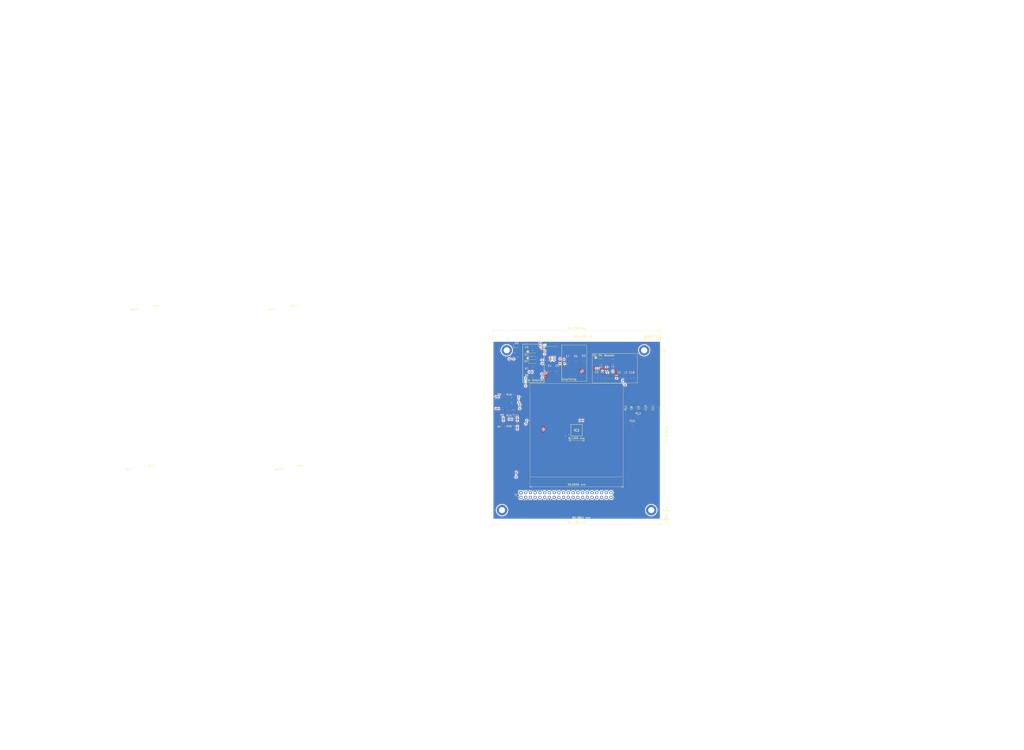
<source format=kicad_pcb>
(kicad_pcb (version 20211014) (generator pcbnew)
  (title_block (title "Cosmic Watch") (date "2022-08-20") (rev "6.1") (company "Bronco Space CubeSat Laboratory") (comment 1 "Inputted components and completed tracing") (comment 2 "Adjustments made to include missing connections") (comment 3 "Made into PC104 Form Factor, adjustments made") (comment 4 "Switched Arduino Nano footprint for Arduino Nano Every") (comment 5 "Increased Nano Every pad size for better connection") (comment 6 "Swapped Nano Every for Pico and included booster for 3.3V pin") (comment 7 "Swapped back to Nano"))
  (layers (0 "F.Cu" signal) (31 "B.Cu" signal) (34 "B.Paste" user) (35 "F.Paste" user) (36 "B.SilkS" user "B.Silkscreen") (37 "F.SilkS" user "F.Silkscreen") (38 "B.Mask" user) (39 "F.Mask" user) (44 "Edge.Cuts" user))
  (net 0 "")
  (net 1 "Net-(IC1-PadD1)")
  (net 2 "Net-(C7-Pad2)")
  (net 3 "Net-(R4-Pad2)")
  (net 4 "GND")
  (net 5 "Net-(C7-Pad1)")
  (net 6 "Net-(C1-Pad2)")
  (net 7 "Net-(C1-Pad1)")
  (net 8 "Net-(D3-Pad2)")
  (net 9 "Net-(C14-Pad2)")
  (net 10 "Net-(D2-Pad2)")
  (net 11 "Net-(C14-Pad1)")
  (net 12 "Net-(L1-Pad1)")
  (net 13 "+5V")
  (net 14 "Net-(D1-Pad2)")
  (net 15 "Net-(C18-Pad1)")
  (net 16 "Net-(C8-Pad1)")
  (net 17 "Net-(C10-Pad1)")
  (net 24 "Net-(R9-Pad2)")
  (net 25 "Net-(R8-Pad2)")
  (net 26 "Net-(R16-Pad1)")
  (net 27 "Net-(LCD1-Pad4)")
  (net 28 "Net-(LCD1-Pad3)")
  (footprint "Capacitor_SMD:C_0805_2012Metric_Pad1.18x1.45mm_HandSolder" (layer "F.Cu") (at 142.859 80.2767 -90)
    (fp_text reference "C4")
    (fp_text value "10uF")
  )
  (footprint "Capacitor_SMD:C_0805_2012Metric_Pad1.18x1.45mm_HandSolder" (layer "F.Cu") (at 167.9956 83.9509 90)
    (fp_text reference "C3")
    (fp_text value "1uF")
  )
  (footprint "Package_SO:SOIC-8_3.9x4.9mm_P1.27mm" (layer "F.Cu") (at 145.08 69.469)
    (fp_text reference "U2")
    (fp_text value "LT1807IS8#PBF")
  )
  (footprint "Capacitor_SMD:C_0805_2012Metric_Pad1.18x1.45mm_HandSolder" (layer "F.Cu") (at 125.095 101.1975 -90)
    (fp_text reference "C14")
    (fp_text value "0F")
  )
  (footprint "MountingHole:MountingHole_3.2mm_M3_DIN965_Pad" (layer "F.Cu") (at 117.5104 154.7876)
    (fp_text reference "REF**")
    (fp_text value "MountingHole_3.2mm_M3_DIN965_Pad")
  )
  (footprint "Resistor_SMD:R_0805_2012Metric_Pad1.20x1.40mm_HandSolder" (layer "F.Cu") (at 124.079 92.837 -90)
    (fp_text reference "R16")
    (fp_text value "10k")
  )
  (footprint "Connector_PinSocket_2.54mm:PinSocket_2x20_P2.54mm_Vertical" (layer "F.Cu") (at 127.665 145.415 90)
    (fp_text reference "J2")
    (fp_text value "Conn_02x20_Odd_Even")
  )
  (footprint "Capacitor_SMD:C_0805_2012Metric_Pad1.18x1.45mm_HandSolder" (layer "F.Cu") (at 174.0916 83.9939 -90)
    (fp_text reference "C1")
    (fp_text value "22pF")
  )
  (footprint "Resistor_SMD:R_0805_2012Metric_Pad1.20x1.40mm_HandSolder" (layer "F.Cu") (at 185.42 99.965 90)
    (fp_text reference "R11")
    (fp_text value "1k")
  )
  (footprint "Resistor_SMD:R_0805_2012Metric_Pad1.20x1.40mm_HandSolder" (layer "F.Cu") (at 171.2976 83.9884 90)
    (fp_text reference "R1")
    (fp_text value "10k")
  )
  (footprint "Inductor_SMD:L_1210_3225Metric_Pad1.42x2.65mm_HandSolder" (layer "F.Cu") (at 176.9221 75.0824 180)
    (fp_text reference "L1")
    (fp_text value "47uH")
  )
  (footprint "MountingHole:MountingHole_3.2mm_M3_DIN965_Pad" (layer "F.Cu") (at 197.5104 154.7876)
    (fp_text reference "REF**")
    (fp_text value "MountingHole_3.2mm_M3_DIN965_Pad")
  )
  (footprint "Capacitor_SMD:C_0805_2012Metric_Pad1.18x1.45mm_HandSolder" (layer "F.Cu") (at 152.765 74.8925 -90)
    (fp_text reference "C7")
    (fp_text value "10pF")
  )
  (footprint "Resistor_SMD:R_0805_2012Metric_Pad1.20x1.40mm_HandSolder" (layer "F.Cu") (at 118.0592 92.7387 -90)
    (fp_text reference "R8")
    (fp_text value "1k")
  )
  (footprint "cosmic_Library:MICROFJ60035TSVTR1" (layer "F.Cu") (at 157.505 111.923)
    (fp_text reference "IC1")
    (fp_text value "MICROFJ-60035-TSV-TR1" hide)
  )
  (footprint "MountingHole:MountingHole_3.2mm_M3_DIN965" (layer "F.Cu") (at 117.5104 154.7876)
    (fp_text reference "REF**")
    (fp_text value "MountingHole_3.2mm_M3_DIN965")
  )
  (footprint "Resistor_SMD:R_0805_2012Metric_Pad1.20x1.40mm_HandSolder" (layer "F.Cu") (at 177.3936 84.0099 90)
    (fp_text reference "R2")
    (fp_text value "226k")
  )
  (footprint "Diode_SMD:D_SOD-123" (layer "F.Cu") (at 134.0612 71.4248)
    (fp_text reference "D1")
    (fp_text value "40V 500mA")
  )
  (footprint "MountingHole:MountingHole_3.2mm_M3_DIN965_Pad" (layer "F.Cu") (at 120.05 69.0576)
    (fp_text reference "REF**")
    (fp_text value "MountingHole_3.2mm_M3_DIN965_Pad")
  )
  (footprint "Capacitor_SMD:C_0805_2012Metric_Pad1.18x1.45mm_HandSolder" (layer "F.Cu") (at 187.2996 83.9939 -90)
    (fp_text reference "C18")
    (fp_text value "1uF")
  )
  (footprint "Capacitor_SMD:C_0805_2012Metric_Pad1.18x1.45mm_HandSolder" (layer "F.Cu") (at 200.025 99.9275 90)
    (fp_text reference "C11")
    (fp_text value "1uF")
  )
  (footprint "Resistor_SMD:R_0805_2012Metric_Pad1.20x1.40mm_HandSolder" (layer "F.Cu") (at 161.401 74.93 -90)
    (fp_text reference "R3")
    (fp_text value "249")
  )
  (footprint "Resistor_SMD:R_0805_2012Metric_Pad1.20x1.40mm_HandSolder" (layer "F.Cu") (at 133.9596 82.7532)
    (fp_text reference "R6")
    (fp_text value "100k")
  )
  (footprint "Capacitor_SMD:C_0805_2012Metric_Pad1.18x1.45mm_HandSolder" (layer "F.Cu") (at 180.4416 83.9724 -90)
    (fp_text reference "C2")
    (fp_text value "0.47pF")
  )
  (footprint "Capacitor_SMD:C_0805_2012Metric_Pad1.18x1.45mm_HandSolder" (layer "F.Cu") (at 188.595 99.9275 90)
    (fp_text reference "C8")
    (fp_text value "1uF")
  )
  (footprint "Resistor_SMD:R_0805_2012Metric_Pad1.20x1.40mm_HandSolder" (layer "F.Cu") (at 123.825 109.617 90)
    (fp_text reference "R20")
    (fp_text value "10k")
  )
  (footprint "Inductor_SMD:L_0805_2012Metric_Pad1.15x1.40mm_HandSolder" (layer "F.Cu") (at 183.7436 83.9599 -90)
    (fp_text reference "L2")
    (fp_text value "2.5k Ohms")
  )
  (footprint "Resistor_SMD:R_0805_2012Metric_Pad1.20x1.40mm_HandSolder" (layer "F.Cu") (at 133.985 78.74)
    (fp_text reference "R7")
    (fp_text value "100k")
  )
  (footprint "Resistor_SMD:R_0805_2012Metric_Pad1.20x1.40mm_HandSolder" (layer "F.Cu") (at 118.237 109.855 90)
    (fp_text reference "R4")
    (fp_text value "1k")
  )
  (footprint "MountingHole:MountingHole_3.2mm_M3_DIN965" (layer "F.Cu") (at 193.71 69.0576)
    (fp_text reference "REF**")
    (fp_text value "MountingHole_3.2mm_M3_DIN965")
  )
  (footprint "Capacitor_SMD:C_0805_2012Metric_Pad1.18x1.45mm_HandSolder" (layer "F.Cu") (at 192.405 99.9275 90)
    (fp_text reference "C9")
    (fp_text value "1uF")
  )
  (footprint "Resistor_SMD:R_0805_2012Metric_Pad1.20x1.40mm_HandSolder" (layer "F.Cu") (at 190.5 104.605)
    (fp_text reference "R12")
    (fp_text value "1k")
  )
  (footprint "Diode_SMD:D_SOD-123" (layer "F.Cu") (at 134.0866 75.0824)
    (fp_text reference "D2")
    (fp_text value "40V 500mA")
  )
  (footprint "Resistor_SMD:R_0805_2012Metric_Pad1.20x1.40mm_HandSolder" (layer "F.Cu") (at 121.285 101.235 90)
    (fp_text reference "R24")
    (fp_text value "24.9k")
  )
  (footprint "Capacitor_SMD:C_0805_2012Metric_Pad1.18x1.45mm_HandSolder" (layer "F.Cu") (at 146.923 80.2513 -90)
    (fp_text reference "C5")
    (fp_text value "0.1uF")
  )
  (footprint "Resistor_SMD:R_0805_2012Metric_Pad1.20x1.40mm_HandSolder" (layer "F.Cu") (at 157.083 74.93 -90)
    (fp_text reference "R5")
    (fp_text value "10k")
  )
  (footprint "LED_SMD:LED_0805_2012Metric" (layer "F.Cu") (at 125.3975 66.675)
    (fp_text reference "D3")
    (fp_text value "LED")
  )
  (footprint "Package_TO_SOT_SMD:TSOT-23-6" (layer "F.Cu") (at 170.6121 75.0824)
    (fp_text reference "U1")
    (fp_text value "LT3461ES6#TRPBF")
  )
  (footprint "MountingHole:MountingHole_3.2mm_M3_DIN965_Pad" (layer "F.Cu") (at 193.71 69.0576)
    (fp_text reference "REF**")
    (fp_text value "MountingHole_3.2mm_M3_DIN965_Pad")
  )
  (footprint "Resistor_SMD:R_0805_2012Metric_Pad1.20x1.40mm_HandSolder" (layer "F.Cu") (at 187.325 108.585)
    (fp_text reference "R10")
    (fp_text value "1k")
  )
  (footprint "Resistor_SMD:R_0805_2012Metric_Pad1.20x1.40mm_HandSolder" (layer "F.Cu") (at 117.475 101.235 90)
    (fp_text reference "R9")
    (fp_text value "0k")
  )
  (footprint "MountingHole:MountingHole_3.2mm_M3_DIN965" (layer "F.Cu") (at 120.05 69.0576)
    (fp_text reference "REF**")
    (fp_text value "MountingHole_3.2mm_M3_DIN965")
  )
  (footprint "Capacitor_SMD:C_0805_2012Metric_Pad1.18x1.45mm_HandSolder" (layer "F.Cu") (at 196.215 99.9275 90)
    (fp_text reference "C10")
    (fp_text value "1uF")
  )
  (footprint "MountingHole:MountingHole_3.2mm_M3_DIN965" (layer "F.Cu") (at 197.5104 154.7876)
    (fp_text reference "REF**")
    (fp_text value "MountingHole_3.2mm_M3_DIN965")
  )
  (footprint "Capacitor_SMD:C_0805_2012Metric_Pad1.18x1.45mm_HandSolder" (layer "F.Cu") (at 133.985 67.6656)
    (fp_text reference "C6")
    (fp_text value "20nF")
  )
  (gr_line (start 132.505 136.923) (end 132.505 111.923) (layer "F.SilkS") (width 0.12))
  (gr_line (start 132.505 111.923) (end 132.505 86.923) (layer "F.SilkS") (width 0.12))
  (gr_circle (center 131.2545 69.8246) (end 131.434105 69.8246) (layer "F.SilkS") (width 0.5) (fill none))
  (gr_line (start 190.109475 86.5124) (end 165.9636 86.5124) (layer "F.SilkS") (width 0.15))
  (gr_circle (center 131.2545 73.2536) (end 131.434105 73.2536) (layer "F.SilkS") (width 0.5) (fill none))
  (gr_line (start 128.635 65.7987) (end 128.635 86.3727) (layer "F.SilkS") (width 0.2))
  (gr_line (start 162.925 66.294) (end 162.925 85.6615) (layer "F.SilkS") (width 0.15))
  (gr_line (start 128.635 86.3727) (end 140.065 86.3727) (layer "F.SilkS") (width 0.2))
  (gr_line (start 165.9636 70.7644) (end 165.9636 86.5124) (layer "F.SilkS") (width 0.15))
  (gr_line (start 157.505 86.923) (end 182.505 86.923) (layer "F.SilkS") (width 0.12))
  (gr_line (start 162.925 85.6615) (end 149.463 85.6615) (layer "F.SilkS") (width 0.15))
  (gr_line (start 149.463 66.294) (end 162.925 66.294) (layer "F.SilkS") (width 0.15))
  (gr_line (start 182.505 111.923) (end 182.505 86.923) (layer "F.SilkS") (width 0.12))
  (gr_circle (center 167.7781 73.0504) (end 167.957705 73.0504) (layer "F.SilkS") (width 0.5) (fill none))
  (gr_line (start 165.9636 70.7644) (end 190.077725 70.7644) (layer "F.SilkS") (width 0.15))
  (gr_line (start 140.065 65.7987) (end 128.635 65.7987) (layer "F.SilkS") (width 0.2))
  (gr_line (start 182.505 136.923) (end 182.505 111.923) (layer "F.SilkS") (width 0.12))
  (gr_line (start 149.463 66.294) (end 149.463 85.598) (layer "F.SilkS") (width 0.2))
  (gr_line (start 140.065 86.3727) (end 140.065 65.7987) (layer "F.SilkS") (width 0.2))
  (gr_line (start 132.505 86.923) (end 157.505 86.923) (layer "F.SilkS") (width 0.12))
  (gr_line (start 132.505 136.923) (end 157.505 136.923) (layer "F.SilkS") (width 0.12))
  (gr_circle (center 140.827 66.0527) (end 141.006605 66.0527) (layer "F.SilkS") (width 0.5) (fill none))
  (gr_line (start 190.109475 86.5124) (end 190.077725 70.7644) (layer "F.SilkS") (width 0.15))
  (gr_line (start 157.505 136.923) (end 182.505 136.923) (layer "F.SilkS") (width 0.12))
  (gr_line (start 202.5904 63.9776) (end 202.5904 88.2396) (layer "Edge.Cuts") (width 0.1))
  (gr_line (start 202.5904 106.5276) (end 202.5904 159.8676) (layer "Edge.Cuts") (width 0.1))
  (gr_line (start 112.4204 63.9776) (end 202.5904 63.9776) (layer "Edge.Cuts") (width 0.1))
  (gr_line (start 202.5904 105.4481) (end 202.5904 106.5276) (layer "Edge.Cuts") (width 0.1))
  (gr_line (start 112.4204 63.9776) (end 112.4204 159.8676) (layer "Edge.Cuts") (width 0.1))
  (gr_line (start 202.5904 88.2396) (end 202.5904 105.4481) (layer "Edge.Cuts") (width 0.1))
  (gr_line (start 202.5904 159.8676) (end 112.4204 159.8676) (layer "Edge.Cuts") (width 0.1))
  (gr_text "Peak Detector\n" (at 134.477 85.09) (layer "F.SilkS") (effects (font (size 1 1))))
  (gr_text "Amplifying\n" (at 153.527 84.582) (layer "F.SilkS") (effects (font (size 1 1))))
  (gr_text "DC-DC Booster\n" (at 172.0596 71.7804) (layer "F.SilkS") (effects (font (size 1 1))))
  (dimension (type aligned) (layer "F.SilkS") (pts (xy 202.5904 159.8676) (xy 112.4204 159.8676)) (height -2.6924) (gr_text "90.1700 mm" (at 157.5054 161.41) (layer "F.SilkS") (effects (font (size 1 1) (thickness 0.15)))) (format (units 3) (units_format 1) (precision 4)) (style (thickness 0.12) (arrow_length 1.27) (text_position_mode 0) (extension_height 0.58642) (extension_offset 0.5) keep_text_aligned))
  (dimension (type aligned) (layer "F.SilkS") (pts (xy 202.5904 159.8676) (xy 202.692 154.7876)) (height 4.117024) (gr_text "5.0810 mm" (at 205.607631 157.386929 88.85423716) (layer "F.SilkS") (effects (font (size 1 1) (thickness 0.15)))) (format (units 3) (units_format 1) (precision 4)) (style (thickness 0.12) (arrow_length 1.27) (text_position_mode 0) (extension_height 0.58642) (extension_offset 0.5) keep_text_aligned))
  (dimension (type aligned) (layer "F.SilkS") (pts (xy 202.5904 63.9776) (xy 193.71 64.135)) (height 1.2698) (gr_text "8.8818 mm" (at 198.107317 61.63688 1.015428526) (layer "F.SilkS") (effects (font (size 1 1) (thickness 0.15)))) (format (units 3) (units_format 1) (precision 4)) (style (thickness 0.12) (arrow_length 1.27) (text_position_mode 0) (extension_height 0.58642) (extension_offset 0.5) keep_text_aligned))
  (dimension (type aligned) (layer "F.SilkS") (pts (xy 202.5904 159.8676) (xy 117.5104 160.02)) (height -0.021548) (gr_text "85.0801 mm" (at 160.048379 158.81535 0.1026312583) (layer "F.SilkS") (effects (font (size 1 1) (thickness 0.15)))) (format (units 3) (units_format 1) (precision 4)) (style (thickness 0.12) (arrow_length 1.27) (text_position_mode 0) (extension_height 0.58642) (extension_offset 0.5) keep_text_aligned))
  (dimension (type aligned) (layer "F.SilkS") (pts (xy 153.44 115.988) (xy 161.57 115.988)) (height 1.36) (gr_text "8.1300 mm" (at 157.505 116.198) (layer "F.SilkS") (effects (font (size 1 1) (thickness 0.15)))) (format (units 3) (units_format 1) (precision 4)) (style (thickness 0.12) (arrow_length 1.27) (text_position_mode 0) (extension_height 0.58642) (extension_offset 0.5) keep_text_aligned))
  (dimension (type aligned) (layer "F.SilkS") (pts (xy 132.505 136.923) (xy 182.505 136.923)) (height 5.317) (gr_text "50.0000 mm" (at 157.505 141.09) (layer "F.SilkS") (effects (font (size 1 1) (thickness 0.15)))) (format (units 3) (units_format 1) (precision 4)) (style (thickness 0.12) (arrow_length 1.27) (text_position_mode 0) (extension_height 0.58642) (extension_offset 0.5) keep_text_aligned))
  (dimension (type aligned) (layer "F.SilkS") (pts (xy 202.5904 63.9776) (xy 120.05 64.135)) (height 1.269997) (gr_text "82.5405 mm" (at 161.315585 61.636307 0.1092597657) (layer "F.SilkS") (effects (font (size 1 1) (thickness 0.15)))) (format (units 3) (units_format 1) (precision 4)) (style (thickness 0.12) (arrow_length 1.27) (text_position_mode 0) (extension_height 0.58642) (extension_offset 0.5) keep_text_aligned))
  (dimension (type aligned) (layer "F.SilkS") (pts (xy 202.5904 159.8676) (xy 202.565 69.0576)) (height 1.9046) (gr_text "90.8100 mm" (at 205.6323 114.461745 -89.98397409) (layer "F.SilkS") (effects (font (size 1 1) (thickness 0.15)))) (format (units 3) (units_format 1) (precision 4)) (style (thickness 0.12) (arrow_length 1.27) (text_position_mode 0) (extension_height 0.58642) (extension_offset 0.5) keep_text_aligned))
  (dimension (type aligned) (layer "F.SilkS") (pts (xy 202.5904 63.9776) (xy 112.4204 63.9776)) (height 5.5576) (gr_text "90.1700 mm" (at 157.5054 57.27) (layer "F.SilkS") (effects (font (size 1 1) (thickness 0.15)))) (format (units 3) (units_format 1) (precision 4)) (style (thickness 0.12) (arrow_length 1.27) (text_position_mode 0) (extension_height 0.58642) (extension_offset 0.5) keep_text_aligned))
  (segment (start 155.005 112.423) (end 153.007 112.423) (width 0.25) (layer "F.Cu") (net 1))
  (segment (start 116.967 106.0235) (end 121.3475 106.0235) (width 0.2) (layer "F.Cu") (net 1))
  (segment (start 169.545 108.585) (end 186.325 108.585) (width 0.25) (layer "F.Cu") (net 1))
  (segment (start 118.412841 111.27952) (end 118.537181 111.15518) (width 0.25) (layer "F.Cu") (net 1))
  (segment (start 155.005 112.423) (end 155.005 111.423) (width 0.25) (layer "F.Cu") (net 1))
  (segment (start 152.4 113.03) (end 152.4 116.205) (width 0.25) (layer "F.Cu") (net 1))
  (segment (start 122.768 106.045) (end 122.7465 106.0235) (width 0.25) (layer "F.Cu") (net 1))
  (segment (start 116.7185 110.855) (end 116.332 110.4685) (width 0.2) (layer "F.Cu") (net 1))
  (segment (start 116.332 110.4685) (end 116.332 106.6585) (width 0.2) (layer "F.Cu") (net 1))
  (segment (start 153.007 112.423) (end 152.4 113.03) (width 0.25) (layer "F.Cu") (net 1))
  (segment (start 118.237 110.855) (end 116.7185 110.855) (width 0.2) (layer "F.Cu") (net 1))
  (segment (start 155.005 111.423) (end 134.283 111.423) (width 0.25) (layer "F.Cu") (net 1))
  (segment (start 128.905 106.045) (end 122.768 106.045) (width 0.25) (layer "F.Cu") (net 1))
  (segment (start 134.283 111.423) (end 128.905 106.045) (width 0.25) (layer "F.Cu") (net 1))
  (segment (start 152.4 116.205) (end 153.035 116.84) (width 0.25) (layer "F.Cu") (net 1))
  (segment (start 161.29 116.84) (end 169.545 108.585) (width 0.25) (layer "F.Cu") (net 1))
  (segment (start 153.035 116.84) (end 161.29 116.84) (width 0.25) (layer "F.Cu") (net 1))
  (segment (start 116.332 106.6585) (end 116.967 106.0235) (width 0.2) (layer "F.Cu") (net 1))
  (via (at 122.7465 106.0235) (size 0.8) (drill 0.4) (layers "F.Cu" "B.Cu") (net 1))
  (via (at 121.3475 106.0235) (size 0.8) (drill 0.4) (layers "F.Cu" "B.Cu") (net 1))
  (segment (start 122.682 106.0235) (end 122.7465 106.0235) (width 0.2) (layer "B.Cu") (net 1))
  (segment (start 121.3475 106.0235) (end 122.682 106.0235) (width 0.2) (layer "B.Cu") (net 1))
  (segment (start 152.765 75.93) (end 151.3967 75.93) (width 0.2) (layer "F.Cu") (net 2))
  (segment (start 152.765 75.93) (end 157.083 75.93) (width 0.2) (layer "F.Cu") (net 2))
  (segment (start 140.3835 66.6877) (end 142.2273 66.6877) (width 0.2) (layer "F.Cu") (net 2))
  (segment (start 139.049 68.0222) (end 138.9845 67.9577) (width 0.2) (layer "F.Cu") (net 2))
  (segment (start 133.985 87.63) (end 139.065 87.63) (width 0.2) (layer "F.Cu") (net 2))
  (segment (start 145.399 72.4027) (end 145.399 72.9732) (width 0.2) (layer "F.Cu") (net 2))
  (segment (start 139.049 69.2922) (end 139.049 68.0222) (width 0.2) (layer "F.Cu") (net 2))
  (segment (start 142.605 67.0654) (end 142.605 67.564) (width 0.2) (layer "F.Cu") (net 2))
  (segment (start 148.574 76.2127) (end 147.2395 76.2127) (width 0.2) (layer "F.Cu") (net 2))
  (segment (start 142.2273 66.6877) (end 142.605 67.0654) (width 0.2) (layer "F.Cu") (net 2))
  (segment (start 130.874511 106.615489) (end 130.874511 90.740489) (width 0.2) (layer "F.Cu") (net 2))
  (segment (start 139.049 74.3077) (end 139.049 69.2922) (width 0.2) (layer "F.Cu") (net 2))
  (segment (start 147.2395 76.2127) (end 139.049 76.2127) (width 0.2) (layer "F.Cu") (net 2))
  (segment (start 147.2395 76.2127) (end 145.399 74.3722) (width 0.2) (layer "F.Cu") (net 2))
  (segment (start 146.4277 71.374) (end 145.399 72.4027) (width 0.2) (layer "F.Cu") (net 2))
  (segment (start 130.81 106.68) (end 130.874511 106.615489) (width 0.2) (layer "F.Cu") (net 2))
  (segment (start 151.3967 75.93) (end 151.114 76.2127) (width 0.2) (layer "F.Cu") (net 2))
  (segment (start 139.065 87.63) (end 139.065 83.82) (width 0.2) (layer "F.Cu") (net 2))
  (segment (start 130.874511 90.740489) (end 133.985 87.63) (width 0.2) (layer "F.Cu") (net 2))
  (segment (start 123.825 110.617) (end 128.143 110.617) (width 0.2) (layer "F.Cu") (net 2))
  (segment (start 128.143 110.617) (end 130.175 108.585) (width 0.2) (layer "F.Cu") (net 2))
  (segment (start 138.886228 81.736228) (end 138.886228 76.375472) (width 0.2) (layer "F.Cu") (net 2))
  (segment (start 138.886228 76.375472) (end 139.049 76.2127) (width 0.2) (layer "F.Cu") (net 2))
  (segment (start 147.555 71.374) (end 146.4277 71.374) (width 0.2) (layer "F.Cu") (net 2))
  (via (at 139.065 83.82) (size 0.8) (drill 0.4) (layers "F.Cu" "B.Cu") (net 2))
  (via (at 130.175 108.585) (size 0.8) (drill 0.4) (layers "F.Cu" "B.Cu") (net 2))
  (via (at 139.049 76.2127) (size 0.8) (drill 0.4) (layers "F.Cu" "B.Cu") (net 2))
  (via (at 130.81 106.68) (size 0.8) (drill 0.4) (layers "F.Cu" "B.Cu") (net 2))
  (via (at 138.886228 81.736228) (size 0.8) (drill 0.4) (layers "F.Cu" "B.Cu") (net 2))
  (via (at 138.9845 67.9577) (size 0.8) (drill 0.4) (layers "F.Cu" "B.Cu") (net 2))
  (via (at 148.574 76.2127) (size 0.8) (drill 0.4) (layers "F.Cu" "B.Cu") (net 2))
  (via (at 145.399 72.9732) (size 0.8) (drill 0.4) (layers "F.Cu" "B.Cu") (net 2))
  (via (at 139.049 74.3077) (size 0.8) (drill 0.4) (layers "F.Cu" "B.Cu") (net 2))
  (via (at 145.399 74.3722) (size 0.8) (drill 0.4) (layers "F.Cu" "B.Cu") (net 2))
  (via (at 140.3835 66.6877) (size 0.8) (drill 0.4) (layers "F.Cu" "B.Cu") (net 2))
  (via (at 151.114 76.2127) (size 0.8) (drill 0.4) (layers "F.Cu" "B.Cu") (net 2))
  (segment (start 151.114 76.2127) (end 148.574 76.2127) (width 0.2) (layer "B.Cu") (net 2))
  (segment (start 145.399 74.3722) (end 145.399 72.9732) (width 0.2) (layer "B.Cu") (net 2))
  (segment (start 139.065 83.82) (end 139.065 81.915) (width 0.2) (layer "B.Cu") (net 2))
  (segment (start 138.9845 66.7776) (end 138.9845 67.9577) (width 0.2) (layer "B.Cu") (net 2))
  (segment (start 140.3835 66.6877) (end 139.0744 66.6877) (width 0.2) (layer "B.Cu") (net 2))
  (segment (start 139.065 81.915) (end 138.886228 81.736228) (width 0.2) (layer "B.Cu") (net 2))
  (segment (start 139.049 76.2127) (end 139.049 74.3077) (width 0.2) (layer "B.Cu") (net 2))
  (segment (start 130.175 108.585) (end 130.81 107.95) (width 0.2) (layer "B.Cu") (net 2))
  (segment (start 130.81 107.95) (end 130.81 106.68) (width 0.2) (layer "B.Cu") (net 2))
  (segment (start 139.0744 66.6877) (end 138.9845 66.7776) (width 0.2) (layer "B.Cu") (net 2))
  (segment (start 138.9845 67.9577) (end 139.1135 67.9577) (width 0.2) (layer "B.Cu") (net 2))
  (segment (start 128.27 64.77) (end 137.795 64.77) (width 0.2) (layer "F.Cu") (net 3))
  (segment (start 120.015 73.66) (end 121.285 73.66) (width 0.2) (layer "F.Cu") (net 3))
  (segment (start 128.27 69.215) (end 128.27 64.77) (width 0.2) (layer "F.Cu") (net 3))
  (segment (start 118.11 105.324) (end 116.119 105.324) (width 0.2) (layer "F.Cu") (net 3))
  (segment (start 139.7 67.31) (end 139.7 68.921941) (width 0.2) (layer "F.Cu") (net 3))
  (segment (start 139.065 66.675) (end 139.7 67.31) (width 0.2) (layer "F.Cu") (net 3))
  (segment (start 114.935 78.74) (end 120.015 73.66) (width 0.2) (layer "F.Cu") (net 3))
  (segment (start 139.9253 70.104) (end 142.605 70.104) (width 0.2) (layer "F.Cu") (net 3))
  (segment (start 123.825 73.66) (end 128.27 69.215) (width 0.2) (layer "F.Cu") (net 3))
  (segment (start 114.935 104.14) (end 114.935 78.74) (width 0.2) (layer "F.Cu") (net 3))
  (segment (start 139.7 68.921941) (end 139.683989 68.937952) (width 0.2) (layer "F.Cu") (net 3))
  (segment (start 118.237 108.855) (end 118.237 106.723) (width 0.2) (layer "F.Cu") (net 3))
  (segment (start 139.684 69.8627) (end 139.9253 70.104) (width 0.2) (layer "F.Cu") (net 3))
  (segment (start 116.119 105.324) (end 114.935 104.14) (width 0.2) (layer "F.Cu") (net 3))
  (segment (start 137.8435 66.675) (end 139.065 66.675) (width 0.2) (layer "F.Cu") (net 3))
  (segment (start 139.683989 68.937952) (end 139.683989 69.833989) (width 0.2) (layer "F.Cu") (net 3))
  (via (at 121.285 73.66) (size 0.8) (drill 0.4) (layers "F.Cu" "B.Cu") (net 3))
  (via (at 118.11 105.324) (size 0.8) (drill 0.4) (layers "F.Cu" "B.Cu") (net 3))
  (via (at 123.825 73.66) (size 0.8) (drill 0.4) (layers "F.Cu" "B.Cu") (net 3))
  (via (at 118.237 106.723) (size 0.8) (drill 0.4) (layers "F.Cu" "B.Cu") (net 3))
  (via (at 137.795 64.77) (size 0.8) (drill 0.4) (layers "F.Cu" "B.Cu") (net 3))
  (via (at 137.8435 66.675) (size 0.8) (drill 0.4) (layers "F.Cu" "B.Cu") (net 3))
  (segment (start 118.237 106.723) (end 118.237 105.451) (width 0.2) (layer "B.Cu") (net 3))
  (segment (start 118.237 105.451) (end 118.11 105.324) (width 0.2) (layer "B.Cu") (net 3))
  (segment (start 137.795 66.6265) (end 137.8435 66.675) (width 0.2) (layer "B.Cu") (net 3))
  (segment (start 121.285 73.66) (end 123.825 73.66) (width 0.2) (layer "B.Cu") (net 3))
  (segment (start 137.795 64.77) (end 137.795 66.6265) (width 0.2) (layer "B.Cu") (net 3))
  (segment (start 146.923 81.2888) (end 159.3729 81.2888) (width 0.2) (layer "F.Cu") (net 4))
  (segment (start 137.825 128.7855) (end 137.825 143.54) (width 0.2) (layer "F.Cu") (net 4))
  (segment (start 142.605 72.5922) (end 142.224 72.9732) (width 0.25) (layer "F.Cu") (net 4))
  (segment (start 201.295 99.06) (end 201.125 98.89) (width 0.25) (layer "F.Cu") (net 4))
  (segment (start 142.605 71.374) (end 142.605 72.5922) (width 0.25) (layer "F.Cu") (net 4))
  (segment (start 159.005 112.423) (end 158.143 112.423) (width 0.25) (layer "F.Cu") (net 4))
  (segment (start 155.005 114.423) (end 156.005 114.423) (width 0.25) (layer "F.Cu") (net 4))
  (segment (start 177.8 143.51) (end 177.8 149.86) (width 0.2) (layer "F.Cu") (net 4))
  (segment (start 122.047 93.3235) (end 122.047 88.8785) (width 0.2) (layer "F.Cu") (net 4))
  (segment (start 122.6085 100.235) (end 122.682 100.1615) (width 0.2) (layer "F.Cu") (net 4))
  (segment (start 188.595 98.89) (end 192.405 98.89) (width 0.25) (layer "F.Cu") (net 4))
  (segment (start 157.005 113.423) (end 158.005 113.423) (width 0.25) (layer "F.Cu") (net 4))
  (segment (start 135.239 87.0077) (end 128.254 87.0077) (width 0.2) (layer "F.Cu") (net 4))
  (segment (start 192.405 98.89) (end 196.215 98.89) (width 0.25) (layer "F.Cu") (net 4))
  (segment (start 159.005 114.423) (end 159.005 113.423) (width 0.25) (layer "F.Cu") (net 4))
  (segment (start 187.2996 86.2584) (end 187.2996 85.0314) (width 0.2) (layer "F.Cu") (net 4))
  (segment (start 166.735 75.93) (end 167.9862 75.93) (width 0.2) (layer "F.Cu") (net 4))
  (segment (start 167.9862 75.93) (end 167.9956 75.9206) (width 0.2) (layer "F.Cu") (net 4))
  (segment (start 142.905 149.83) (end 142.905 147.955) (width 0.2) (layer "F.Cu") (net 4))
  (segment (start 122.682 94.5935) (end 122.682 93.9585) (width 0.2) (layer "F.Cu") (net 4))
  (segment (start 127.6063 86.36) (end 127.62065 86.37435) (width 0.2) (layer "F.Cu") (net 4))
  (segment (start 156.005 109.423) (end 157.005 109.423) (width 0.25) (layer "F.Cu") (net 4))
  (segment (start 161.401 75.93) (end 166.735 75.93) (width 0.2) (layer "F.Cu") (net 4))
  (segment (start 134.604 69.2277) (end 135.0225 68.8092) (width 0.2) (layer "F.Cu") (net 4))
  (segment (start 122.047 107.9285) (end 122.047 104.7535) (width 0.2) (layer "F.Cu") (net 4))
  (segment (start 169.3021 75.0824) (end 168.4921 75.0824) (width 0.2) (layer "F.Cu") (net 4))
  (segment (start 158.005 109.423) (end 157.005 109.423) (width 0.25) (layer "F.Cu") (net 4))
  (segment (start 159.005 109.423) (end 160.005 109.423) (width 0.25) (layer "F.Cu") (net 4))
  (segment (start 156.005 113.423) (end 155.005 113.423) (width 0.25) (layer "F.Cu") (net 4))
  (segment (start 123.825 108.617) (end 122.7355 108.617) (width 0.2) (layer "F.Cu") (net 4))
  (segment (start 124.079 93.837) (end 122.8035 93.837) (width 0.2) (layer "F.Cu") (net 4))
  (segment (start 180.4416 86.1314) (end 180.0606 86.5124) (width 0.2) (layer "F.Cu") (net 4))
  (segment (start 134.9596 82.7532) (end 135.239 83.0326) (width 0.2) (layer "F.Cu") (net 4))
  (segment (start 160.005 111.423) (end 160.005 112.423) (width 0.25) (layer "F.Cu") (net 4))
  (segment (start 159.005 113.423) (end 160.005 113.423) (width 0.25) (layer "F.Cu") (net 4))
  (segment (start 140.954 74.3579) (end 140.954 74.026944) (width 0.2) (layer "F.Cu") (net 4))
  (segment (start 137.825 143.54) (end 137.855 143.51) (width 0.2) (layer "F.Cu") (net 4))
  (segment (start 158.005 113.423) (end 158.005 114.423) (width 0.25) (layer "F.Cu") (net 4))
  (segment (start 137.825 143.54) (end 137.825 145.415) (width 0.2) (layer "F.Cu") (net 4))
  (segment (start 122.6085 100.235) (end 123.317 100.9435) (width 0.2) (layer "F.Cu") (net 4))
  (segment (start 187.0456 86.5124) (end 187.2996 86.2584) (width 0.2) (layer "F.Cu") (net 4))
  (segment (start 122.5605 93.837) (end 122.047 93.3235) (width 0.2) (layer "F.Cu") (net 4))
  (segment (start 127.62065 86.37435) (end 127.619 86.3727) (width 0.2) (layer "F.Cu") (net 4))
  (segment (start 153.2475 114.423) (end 153.1245 114.3) (width 0.2) (layer "F.Cu") (net 4))
  (segment (start 127.619 72.406) (end 127.619 71.1327) (width 0.2) (layer "F.Cu") (net 4))
  (segment (start 201.125 98.89) (end 200.025 98.89) (width 0.25) (layer "F.Cu") (net 4))
  (segment (start 155.005 113.423) (end 155.005 114.423) (width 0.25) (layer "F.Cu") (net 4))
  (segment (start 177.8 149.86) (end 142.875 149.86) (width 0.2) (layer "F.Cu") (net 4))
  (segment (start 158.005 112.423) (end 157.005 112.423) (width 0.25) (layer "F.Cu") (net 4))
  (segment (start 159.3729 81.2888) (end 161.401 79.2607) (width 0.2) (layer "F.Cu") (net 4))
  (segment (start 171.2226 82.9134) (end 171.2976 82.9884) (width 0.2) (layer "F.Cu") (net 4))
  (segment (start 137.855 143.51) (end 177.8 143.51) (width 0.2) (layer "F.Cu") (net 4))
  (segment (start 125.907122 72.567122) (end 126.068244 72.406) (width 0.2) (layer "F.Cu") (net 4))
  (segment (start 196.215 98.89) (end 200.025 98.89) (width 0.25) (layer "F.Cu") (net 4))
  (segment (start 122.682 100.1615) (end 122.682 97.1335) (width 0.2) (layer "F.Cu") (net 4))
  (segment (start 142.875 149.86) (end 142.905 149.83) (width 0.2) (layer "F.Cu") (net 4))
  (segment (start 135.0225 68.8092) (end 135.0225 67.6656) (width 0.2) (layer "F.Cu") (net 4))
  (segment (start 156.005 110.423) (end 155.005 110.423) (width 0.25) (layer "F.Cu") (net 4))
  (segment (start 157.005 114.423) (end 157.005 113.423) (width 0.25) (layer "F.Cu") (net 4))
  (segment (start 160.005 97.043) (end 170.5356 86.5124) (width 0.25) (layer "F.Cu") (net 4))
  (segment (start 169.6896 82.9134) (end 171.2226 82.9134) (width 0.2) (layer "F.Cu") (net 4))
  (segment (start 140.954 74.026944) (end 140.174128 73.247072) (width 0.2) (layer "F.Cu") (net 4))
  (segment (start 146.8976 81.3142) (end 146.923 81.2888) (width 0.2) (layer "F.Cu") (net 4))
  (segment (start 158.005 111.423) (end 159.005 111.423) (width 0.25) (layer "F.Cu") (net 4))
  (segment (start 201.295 107.95) (end 201.295 99.06) (width 0.25) (layer "F.Cu") (net 4))
  (segment (start 128.254 87.0077) (end 127.62065 86.37435) (width 0.2) (layer "F.Cu") (net 4))
  (segment (start 134.9596 82.7532) (end 138.8585 82.7532) (width 0.2) (layer "F.Cu") (net 4))
  (segment (start 133.969 69.2277) (end 134.604 69.2277) (width 0.2) (layer "F.Cu") (net 4))
  (segment (start 155.005 114.423) (end 153.2475 114.423) (width 0.2) (layer "F.Cu") (net 4))
  (segment (start 127.619 71.1327) (end 129.524 69.2277) (width 0.2) (layer "F.Cu") (net 4))
  (segment (start 158.005 114.423) (end 159.005 114.423) (width 0.25) (layer "F.Cu") (net 4))
  (segment (start 124.5655 86.36) (end 127.6063 86.36) (width 0.2) (layer "F.Cu") (net 4))
  (segment (start 170.5356 86.5124) (end 169.6896 85.6664) (width 0.2) (layer "F.Cu") (net 4))
  (segment (start 156.005 114.423) (end 157.005 114.423) (width 0.25) (layer "F.Cu") (net 4))
  (segment (start 122.682 93.9585) (end 122.8035 93.837) (width 0.2) (layer "F.Cu") (net 4))
  (segment (start 157.005 111.423) (end 158.005 111.423) (width 0.25) (layer "F.Cu") (net 4))
  (segment (start 126.068244 72.406) (end 127.619 72.406) (width 0.2) (layer "F.Cu") (net 4))
  (segment (start 180.4416 85.0099) (end 180.4416 86.1314) (width 0.2) (layer "F.Cu") (net 4))
  (segment (start 159.005 110.423) (end 160.005 110.423) (width 0.25) (layer "F.Cu") (net 4))
  (segment (start 188.595 98.89) (end 188.595 88.0618) (width 0.25) (layer "F.Cu") (net 4))
  (segment (start 156.005 112.423) (end 156.005 113.423) (width 0.25) (layer "F.Cu") (net 4))
  (segment (start 151.6755 114.935) (end 137.825 128.7855) (width 0.2) (layer "F.Cu") (net 4))
  (segment (start 168.4921 75.0824) (end 167.9956 75.5789) (width 0.2) (layer "F.Cu") (net 4))
  (segment (start 167.9956 75.5789) (end 167.9956 75.9206) (width 0.2) (layer "F.Cu") (net 4))
  (segment (start 124.46 66.675) (end 124.46 70.485) (width 0.2) (layer "F.Cu") (net 4))
  (segment (start 180.0606 86.5124) (end 170.5356 86.5124) (width 0.2) (layer "F.Cu") (net 4))
  (segment (start 200.66 108.585) (end 201.295 107.95) (width 0.25) (layer "F.Cu") (net 4))
  (segment (start 160.005 109.423) (end 160.005 110.423) (width 0.25) (layer "F.Cu") (net 4))
  (segment (start 135.239 83.0326) (end 135.239 87.0077) (width 0.2) (layer "F.Cu") (net 4))
  (segment (start 159.005 110.423) (end 158.005 110.423) (width 0.25) (layer "F.Cu") (net 4))
  (segment (start 121.285 100.235) (end 122.6085 100.235) (width 0.2) (layer "F.Cu") (net 4))
  (segment (start 138.8585 82.7532) (end 140.319 81.2927) (width 0.2) (layer "F.Cu") (net 4))
  (segment (start 142.8375 81.2927) (end 142.859 81.3142) (width 0.2) (layer "F.Cu") (net 4))
  (segment (start 129.524 69.2277) (end 132.064 69.2277) (width 0.2) (layer "F.Cu") (net 4))
  (segment (start 161.401 79.2607) (end 161.401 75.93) (width 0.2) (layer "F.Cu") (net 4))
  (segment (start 160.005 112.423) (end 159.005 112.423) (width 0.25) (layer "F.Cu") (net 4))
  (segment (start 140.319 81.2927) (end 140.319 77.5472) (width 0.2) (layer "F.Cu") (net 4))
  (segment (start 157.005 110.423) (end 156.005 110.423) (width 0.25) (layer "F.Cu") (net 4))
  (segment (start 180.0606 86.5124) (end 187.0456 86.5124) (width 0.2) (layer "F.Cu") (net 4))
  (segment (start 156.005 111.423) (end 157.005 111.423) (width 0.25) (layer "F.Cu") (net 4))
  (segment (start 188.595 88.0618) (end 187.0456 86.5124) (width 0.25) (layer "F.Cu") (net 4))
  (segment (start 188.325 108.585) (end 200.66 108.585) (width 0.25) (layer "F.Cu") (net 4))
  (segment (start 161.8996 75.9173) (end 161.909 75.9267) (width 0.25) (layer "F.Cu") (net 4))
  (segment (start 158.005 110.423) (end 157.005 110.423) (width 0.25) (layer "F.Cu") (net 4))
  (segment (start 140.319 77.5472) (end 140.954 76.9122) (width 0.2) (layer "F.Cu") (net 4))
  (segment (start 142.859 81.3142) (end 146.8976 81.3142) (width 0.2) (layer "F.Cu") (net 4))
  (segment (start 127.619 86.3727) (end 127.619 72.406) (width 0.2) (layer "F.Cu") (net 4))
  (segment (start 169.6896 85.6664) (end 169.6896 82.9134) (width 0.2) (layer "F.Cu") (net 4))
  (segment (start 167.9956 75.9206) (end 167.9956 82.9134) (width 0.2) (layer "F.Cu") (net 4))
  (segment (start 122.7355 108.617) (end 122.047 107.9285) (width 0.2) (layer "F.Cu") (net 4))
  (segment (start 157.005 112.423) (end 156.005 112.423) (width 0.25) (layer "F.Cu") (net 4))
  (segment (start 160.005 109.423) (end 160.005 97.043) (width 0.25) (layer "F.Cu") (net 4))
  (segment (start 140.319 81.2927) (end 142.8375 81.2927) (width 0.2) (layer "F.Cu") (net 4))
  (segment (start 159.005 111.423) (end 160.005 111.423) (width 0.25) (layer "F.Cu") (net 4))
  (segment (start 122.047 104.7535) (end 123.317 103.4835) (width 0.2) (layer "F.Cu") (net 4))
  (segment (start 167.9956 82.9134) (end 169.6896 82.9134) (width 0.2) (layer "F.Cu") (net 4))
  (segment (start 122.047 88.8785) (end 124.5655 86.36) (width 0.2) (layer "F.Cu") (net 4))
  (segment (start 122.8035 93.837) (end 122.5605 93.837) (width 0.2) (layer "F.Cu") (net 4))
  (segment (start 156.005 110.423) (end 156.005 111.423) (width 0.25) (layer "F.Cu") (net 4))
  (segment (start 158.005 109.423) (end 159.005 109.423) (width 0.25) (layer "F.Cu") (net 4))
  (via (at 153.1245 114.3) (size 0.8) (drill 0.4) (layers "F.Cu" "B.Cu") (net 4))
  (via (at 132.064 69.2277) (size 0.8) (drill 0.4) (layers "F.Cu" "B.Cu") (net 4))
  (via (at 123.317 100.9435) (size 0.8) (drill 0.4) (layers "F.Cu" "B.Cu") (net 4))
  (via (at 122.682 97.1335) (size 0.8) (drill 0.4) (layers "F.Cu" "B.Cu") (net 4))
  (via (at 140.954 76.9122) (size 0.8) (drill 0.4) (layers "F.Cu" "B.Cu") (net 4))
  (via (at 142.224 72.9732) (size 0.8) (drill 0.4) (layers "F.Cu" "B.Cu") (net 4))
  (via (at 151.6755 114.935) (size 0.8) (drill 0.4) (layers "F.Cu" "B.Cu") (net 4))
  (via (at 125.907122 72.567122) (size 0.8) (drill 0.4) (layers "F.Cu" "B.Cu") (net 4))
  (via (at 123.317 103.4835) (size 0.8) (drill 0.4) (layers "F.Cu" "B.Cu") (net 4))
  (via (at 133.969 69.2277) (size 0.8) (drill 0.4) (layers "F.Cu" "B.Cu") (net 4))
  (via (at 140.954 74.3579) (size 0.8) (drill 0.4) (layers "F.Cu" "B.Cu") (net 4))
  (via (at 122.682 94.5935) (size 0.8) (drill 0.4) (layers "F.Cu" "B.Cu") (net 4))
  (via (at 140.174128 73.247072) (size 0.8) (drill 0.4) (layers "F.Cu" "B.Cu") (net 4))
  (via (at 124.46 70.485) (size 0.8) (drill 0.4) (layers "F.Cu" "B.Cu") (net 4))
  (segment (start 124.46 71.12) (end 125.907122 72.567122) (width 0.2) (layer "B.Cu") (net 4))
  (segment (start 153.1245 114.3) (end 152.3105 114.3) (width 0.2) (layer "B.Cu") (net 4))
  (segment (start 124.46 70.485) (end 124.46 71.12) (width 0.2) (layer "B.Cu") (net 4))
  (segment (start 152.3105 114.3) (end 151.6755 114.935) (width 0.2) (layer "B.Cu") (net 4))
  (segment (start 140.174128 73.247072) (end 140.448 72.9732) (width 0.2) (layer "B.Cu") (net 4))
  (segment (start 122.682 97.1335) (end 122.682 94.5935) (width 0.2) (layer "B.Cu") (net 4))
  (segment (start 140.448 72.9732) (end 142.224 72.9732) (width 0.2) (layer "B.Cu") (net 4))
  (segment (start 132.064 69.2277) (end 133.969 69.2277) (width 0.2) (layer "B.Cu") (net 4))
  (segment (start 123.317 100.9435) (end 123.317 103.4835) (width 0.2) (layer "B.Cu") (net 4))
  (segment (start 140.954 76.9122) (end 140.954 74.3579) (width 0.2) (layer "B.Cu") (net 4))
  (segment (start 140.319 72.4027) (end 140.319 71.1327) (width 0.2) (layer "F.Cu") (net 5))
  (segment (start 152.765 73.855) (end 157.008 73.855) (width 0.2) (layer "F.Cu") (net 5))
  (segment (start 152.765 73.855) (end 150.7258 73.855) (width 0.2) (layer "F.Cu") (net 5))
  (segment (start 141.589 73.6727) (end 148.574 73.6727) (width 0.2) (layer "F.Cu") (net 5))
  (segment (start 142.605 68.834) (end 140.7772 68.834) (width 0.2) (layer "F.Cu") (net 5))
  (segment (start 152.5827 73.6727) (end 152.765 73.855) (width 0.2) (layer "F.Cu") (net 5))
  (segment (start 157.008 73.855) (end 157.083 73.93) (width 0.2) (layer "F.Cu") (net 5))
  (segment (start 140.7772 68.834) (end 140.3835 69.2277) (width 0.2) (layer "F.Cu") (net 5))
  (segment (start 141.589 73.6727) (end 140.319 72.4027) (width 0.2) (layer "F.Cu") (net 5))
  (segment (start 157.083 73.93) (end 161.401 73.93) (width 0.2) (layer "F.Cu") (net 5))
  (via (at 140.319 71.1327) (size 0.8) (drill 0.4) (layers "F.Cu" "B.Cu") (net 5))
  (via (at 150.7258 73.855) (size 0.8) (drill 0.4) (layers "F.Cu" "B.Cu") (net 5))
  (via (at 140.3835 69.2277) (size 0.8) (drill 0.4) (layers "F.Cu" "B.Cu") (net 5))
  (via (at 148.574 73.6727) (size 0.8) (drill 0.4) (layers "F.Cu" "B.Cu") (net 5))
  (segment (start 150.5435 73.6727) (end 150.7258 73.855) (width 0.2) (layer "B.Cu") (net 5))
  (segment (start 148.574 73.6727) (end 150.5435 73.6727) (width 0.2) (layer "B.Cu") (net 5))
  (segment (start 140.319 71.1327) (end 140.319 69.2277) (width 0.2) (layer "B.Cu") (net 5))
  (segment (start 140.319 69.2277) (end 140.3835 69.2277) (width 0.2) (layer "B.Cu") (net 5))
  (segment (start 174.0486 84.9884) (end 174.0916 85.0314) (width 0.2) (layer "F.Cu") (net 6))
  (segment (start 170.0784 80.1624) (end 169.3021 79.3861) (width 0.2) (layer "F.Cu") (net 6))
  (segment (start 174.0916 85.0314) (end 174.1131 85.0099) (width 0.2) (layer "F.Cu") (net 6))
  (segment (start 169.3021 79.3861) (end 169.3021 76.0324) (width 0.2) (layer "F.Cu") (net 6))
  (segment (start 177.3936 85.0099) (end 178.3881 85.0099) (width 0.2) (layer "F.Cu") (net 6))
  (segment (start 171.2976 84.9884) (end 174.0486 84.9884) (width 0.2) (layer "F.Cu") (net 6))
  (segment (start 178.9176 84.4804) (end 178.9176 84.0232) (width 0.2) (layer "F.Cu") (net 6))
  (segment (start 176.8856 80.1624) (end 170.0784 80.1624) (width 0.2) (layer "F.Cu") (net 6))
  (segment (start 174.1131 85.0099) (end 177.3936 85.0099) (width 0.2) (layer "F.Cu") (net 6))
  (segment (start 178.3881 85.0099) (end 178.9176 84.4804) (width 0.2) (layer "F.Cu") (net 6))
  (via (at 178.9176 84.0232) (size 0.8) (drill 0.4) (layers "F.Cu" "B.Cu") (net 6))
  (via (at 176.8856 80.1624) (size 0.8) (drill 0.4) (layers "F.Cu" "B.Cu") (net 6))
  (segment (start 178.9176 81.1276) (end 178.9176 84.0232) (width 0.2) (layer "B.Cu") (net 6))
  (segment (start 176.8856 80.1624) (end 177.9524 80.1624) (width 0.2) (layer "B.Cu") (net 6))
  (segment (start 177.9524 80.1624) (end 178.9176 81.1276) (width 0.2) (layer "B.Cu") (net 6))
  (segment (start 173.6344 75.4888) (end 173.6344 78.0288) (width 0.508) (layer "F.Cu") (net 7))
  (segment (start 174.0916 82.9564) (end 174.1451 83.0099) (width 0.2) (layer "F.Cu") (net 7))
  (segment (start 177.3936 83.0099) (end 180.3666 83.0099) (width 0.508) (layer "F.Cu") (net 7))
  (segment (start 173.228 75.0824) (end 173.6344 75.4888) (width 0.508) (layer "F.Cu") (net 7))
  (segment (start 174.0408 82.9056) (end 174.0916 82.9564) (width 0.508) (layer "F.Cu") (net 7))
  (segment (start 180.3666 83.0099) (end 180.4416 82.9349) (width 0.2) (layer "F.Cu") (net 7))
  (segment (start 174.1451 83.0099) (end 177.3936 83.0099) (width 0.508) (layer "F.Cu") (net 7))
  (segment (start 174.1424 83.0072) (end 174.1451 83.0099) (width 0.508) (layer "F.Cu") (net 7))
  (segment (start 180.4416 82.9349) (end 183.7436 82.9349) (width 0.508) (layer "F.Cu") (net 7))
  (segment (start 171.9221 75.0824) (end 173.228 75.0824) (width 0.508) (layer "F.Cu") (net 7))
  (segment (start 174.1424 81.0768) (end 174.1424 83.0072) (width 0.508) (layer "F.Cu") (net 7))
  (via (at 174.1424 81.0768) (size 0.8) (drill 0.4) (layers "F.Cu" "B.Cu") (net 7))
  (via (at 173.6344 78.0288) (size 0.8) (drill 0.4) (layers "F.Cu" "B.Cu") (net 7))
  (segment (start 173.6344 78.0288) (end 173.6344 80.5688) (width 0.508) (layer "B.Cu") (net 7))
  (segment (start 173.6344 80.5688) (end 174.1424 81.0768) (width 0.508) (layer "B.Cu") (net 7))
  (segment (start 118.0592 91.7387) (end 121.285 88.5129) (width 0.2) (layer "F.Cu") (net 8))
  (segment (start 121.285 88.5129) (end 121.285 74.93) (width 0.2) (layer "F.Cu") (net 8))
  (segment (start 121.285 74.93) (end 126.365 69.85) (width 0.2) (layer "F.Cu") (net 8))
  (segment (start 126.365 69.85) (end 126.365 66.705) (width 0.2) (layer "F.Cu") (net 8))
  (segment (start 126.365 66.705) (end 126.335 66.675) (width 0.2) (layer "F.Cu") (net 8))
  (segment (start 121.285 102.235) (end 125.095 102.235) (width 0.2) (layer "F.Cu") (net 9))
  (segment (start 117.475 102.235) (end 121.285 102.235) (width 0.2) (layer "F.Cu") (net 9))
  (segment (start 135.239 76.8477) (end 135.7366 76.3501) (width 0.25) (layer "F.Cu") (net 10))
  (segment (start 132.985 78.74) (end 132.985 77.1967) (width 0.25) (layer "F.Cu") (net 10))
  (segment (start 142.9235 74.9427) (end 143.494 74.3722) (width 0.25) (layer "F.Cu") (net 10))
  (segment (start 135.7366 76.3501) (end 135.7366 75.0824) (width 0.25) (layer "F.Cu") (net 10))
  (segment (start 133.334 76.8477) (end 135.239 76.8477) (width 0.25) (layer "F.Cu") (net 10))
  (segment (start 145.7927 70.104) (end 147.555 70.104) (width 0.25) (layer "F.Cu") (net 10))
  (segment (start 142.7838 75.0824) (end 143.494 74.3722) (width 0.25) (layer "F.Cu") (net 10))
  (segment (start 132.9596 78.7654) (end 132.985 78.74) (width 0.2) (layer "F.Cu") (net 10))
  (segment (start 143.494 72.4027) (end 145.7927 70.104) (width 0.25) (layer "F.Cu") (net 10))
  (segment (start 143.494 72.9732) (end 143.494 72.4027) (width 0.25) (layer "F.Cu") (net 10))
  (segment (start 135.7366 75.0824) (end 142.7838 75.0824) (width 0.25) (layer "F.Cu") (net 10))
  (segment (start 132.9596 82.7532) (end 132.9596 78.7654) (width 0.2) (layer "F.Cu") (net 10))
  (segment (start 132.985 77.1967) (end 133.334 76.8477) (width 0.25) (layer "F.Cu") (net 10))
  (via (at 143.494 72.9732) (size 0.8) (drill 0.4) (layers "F.Cu" "B.Cu") (net 10))
  (via (at 143.494 74.3722) (size 0.8) (drill 0.4) (layers "F.Cu" "B.Cu") (net 10))
  (segment (start 143.494 74.3722) (end 143.494 72.9732) (width 0.25) (layer "B.Cu") (net 10))
  (segment (start 131.1369 71.4248) (end 130.794 71.7677) (width 0.2) (layer "F.Cu") (net 11))
  (segment (start 134.604 80.6577) (end 134.985 80.2767) (width 0.2) (layer "F.Cu") (net 11))
  (segment (start 130.175 83.82) (end 130.81 83.185) (width 0.2) (layer "F.Cu") (net 11))
  (segment (start 130.8448 80.6577) (end 130.794 80.6069) (width 0.2) (layer "F.Cu") (net 11))
  (segment (start 125.222 99.0385) (end 128.8835 99.0385) (width 0.2) (layer "F.Cu") (net 11))
  (segment (start 132.9475 67.6656) (end 132.9475 69.6142) (width 0.2) (layer "F.Cu") (net 11))
  (segment (start 128.8835 99.0385) (end 130.175 97.747) (width 0.2) (layer "F.Cu") (net 11))
  (segment (start 132.4112 70.1505) (end 132.4112 71.4248) (width 0.2) (layer "F.Cu") (net 11))
  (segment (start 130.794 80.6069) (end 130.794 73.042) (width 0.2) (layer "F.Cu") (net 11))
  (segment (start 125.222 100.033) (end 125.222 99.0385) (width 0.2) (layer "F.Cu") (net 11))
  (segment (start 125.095 100.16) (end 125.222 100.033) (width 0.2) (layer "F.Cu") (net 11))
  (segment (start 133.6591 80.6577) (end 134.604 80.6577) (width 0.2) (layer "F.Cu") (net 11))
  (segment (start 130.81 83.185) (end 130.81 80.645) (width 0.2) (layer "F.Cu") (net 11))
  (segment (start 132.4112 70.1505) (end 132.9475 69.6142) (width 0.2) (layer "F.Cu") (net 11))
  (segment (start 132.064 80.6577) (end 130.8448 80.6577) (width 0.2) (layer "F.Cu") (net 11))
  (segment (start 130.175 97.747) (end 130.175 88.265) (width 0.2) (layer "F.Cu") (net 11))
  (segment (start 132.4112 71.4248) (end 131.1369 71.4248) (width 0.2) (layer "F.Cu") (net 11))
  (segment (start 134.985 80.2767) (end 134.985 78.74) (width 0.2) (layer "F.Cu") (net 11))
  (segment (start 130.794 71.7677) (end 130.794 73.0377) (width 0.2) (layer "F.Cu") (net 11))
  (via (at 132.064 80.6577) (size 0.8) (drill 0.4) (layers "F.Cu" "B.Cu") (net 11))
  (via (at 130.175 83.82) (size 0.8) (drill 0.4) (layers "F.Cu" "B.Cu") (net 11))
  (via (at 130.175 88.265) (size 0.8) (drill 0.4) (layers "F.Cu" "B.Cu") (net 11))
  (via (at 133.6591 80.6577) (size 0.8) (drill 0.4) (layers "F.Cu" "B.Cu") (net 11))
  (segment (start 132.064 80.6577) (end 133.334 80.6577) (width 0.2) (layer "B.Cu") (net 11))
  (segment (start 133.334 80.6577) (end 133.6591 80.6577) (width 0.2) (layer "B.Cu") (net 11))
  (segment (start 130.175 88.265) (end 130.175 83.82) (width 0.2) (layer "B.Cu") (net 11))
  (segment (start 167.9956 73.8124) (end 167.9956 73.1774) (width 0.2) (layer "F.Cu") (net 12))
  (segment (start 180.0606 74.4474) (end 179.4256 75.0824) (width 0.2) (layer "F.Cu") (net 12))
  (segment (start 168.3156 74.1324) (end 167.9956 73.8124) (width 0.2) (layer "F.Cu") (net 12))
  (segment (start 179.4256 72.5424) (end 180.0606 73.1774) (width 0.2) (layer "F.Cu") (net 12))
  (segment (start 168.6306 72.5424) (end 179.4256 72.5424) (width 0.2) (layer "F.Cu") (net 12))
  (segment (start 169.3021 74.1324) (end 168.3156 74.1324) (width 0.2) (layer "F.Cu") (net 12))
  (segment (start 167.9956 73.1774) (end 168.6306 72.5424) (width 0.2) (layer "F.Cu") (net 12))
  (segment (start 179.4256 75.0824) (end 178.4096 75.0824) (width 0.2) (layer "F.Cu") (net 12))
  (segment (start 180.0606 73.1774) (end 180.0606 74.4474) (width 0.2) (layer "F.Cu") (net 12))
  (segment (start 135.285 116.81) (end 135.285 116.175) (width 0.2) (layer "F.Cu") (net 13))
  (segment (start 146.923 79.2138) (end 149.6988 79.2138) (width 0.2) (layer "F.Cu") (net 13))
  (segment (start 171.45 79.375) (end 172.72 79.375) (width 0.2) (layer "F.Cu") (net 13))
  (segment (start 142.8844 79.2138) (end 142.859 79.2392) (width 0.2) (layer "F.Cu") (net 13))
  (segment (start 172.72 79.375) (end 175.26 79.375) (width 0.2) (layer "F.Cu") (net 13))
  (segment (start 175.4346 79.2004) (end 175.4346 75.0824) (width 0.2) (layer "F.Cu") (net 13))
  (segment (start 139.7 110.49) (end 139.7 84.455) (width 0.2) (layer "F.Cu") (net 13))
  (segment (start 170.9826 76.0324) (end 170.815 75.8648) (width 0.2) (layer "F.Cu") (net 13))
  (segment (start 148.844 67.564) (end 149.86 68.58) (width 0.2) (layer "F.Cu") (net 13))
  (segment (start 170.815 74.295) (end 170.9776 74.1324) (width 0.2) (layer "F.Cu") (net 13))
  (segment (start 142.859 79.2392) (end 146.8976 79.2392) (width 0.2) (layer "F.Cu") (net 13))
  (segment (start 140.97 80.5447) (end 140.97 80.01) (width 0.2) (layer "F.Cu") (net 13))
  (segment (start 141.7408 79.2392) (end 142.859 79.2392) (width 0.2) (layer "F.Cu") (net 13))
  (segment (start 171.9221 76.0324) (end 170.9826 76.0324) (width 0.2) (layer "F.Cu") (net 13))
  (segment (start 135.285 145.415) (end 135.285 116.81) (width 0.2) (layer "F.Cu") (net 13))
  (segment (start 160.830472 80.820472) (end 163.5125 83.5025) (width 0.2) (layer "F.Cu") (net 13))
  (segment (start 150.0212 79.2138) (end 159.2238 79.2138) (width 0.2) (layer "F.Cu") (net 13))
  (segment (start 165.1 85.09) (end 167.894 85.09) (width 0.2) (layer "F.Cu") (net 13))
  (segment (start 175.26 79.375) (end 175.4346 79.2004) (width 0.2) (layer "F.Cu") (net 13))
  (segment (start 170.815 75.8648) (end 170.815 74.295) (width 0.2) (layer "F.Cu") (net 13))
  (segment (start 146.8976 79.2392) (end 146.923 79.2138) (width 0.2) (layer "F.Cu") (net 13))
  (segment (start 167.005 80.01) (end 167.005 78.74) (width 0.2) (layer "F.Cu") (net 13))
  (segment (start 163.5125 83.5025) (end 167.005 80.01) (width 0.2) (layer "F.Cu") (net 13))
  (segment (start 141.0185 80.5932) (end 140.97 80.5447) (width 0.2) (layer "F.Cu") (net 13))
  (segment (start 167.894 85.09) (end 167.9956 84.9884) (width 0.2) (layer "F.Cu") (net 13))
  (segment (start 149.86 79.0526) (end 150.0212 79.2138) (width 0.2) (layer "F.Cu") (net 13))
  (segment (start 147.555 67.564) (end 148.844 67.564) (width 0.2) (layer "F.Cu") (net 13))
  (segment (start 171.9221 76.0324) (end 171.9221 78.5771) (width 0.2) (layer "F.Cu") (net 13))
  (segment (start 140.97 80.01) (end 141.7408 79.2392) (width 0.2) (layer "F.Cu") (net 13))
  (segment (start 171.9221 78.5771) (end 172.72 79.375) (width 0.2) (layer "F.Cu") (net 13))
  (segment (start 149.86 68.58) (end 149.86 79.0526) (width 0.2) (layer "F.Cu") (net 13))
  (segment (start 170.9776 74.1324) (end 171.9221 74.1324) (width 0.2) (layer "F.Cu") (net 13))
  (segment (start 139.7 84.455) (end 140.97 83.185) (width 0.2) (layer "F.Cu") (net 13))
  (segment (start 159.2238 79.2138) (end 159.841228 79.831228) (width 0.2) (layer "F.Cu") (net 13))
  (segment (start 149.6988 79.2138) (end 150.0212 79.2138) (width 0.2) (layer "F.Cu") (net 13))
  (segment (start 163.5125 83.5025) (end 165.1 85.09) (width 0.2) (layer "F.Cu") (net 13))
  (segment (start 139.065 112.395) (end 139.7 112.395) (width 0.2) (layer "F.Cu") (net 13))
  (segment (start 135.285 116.175) (end 139.065 112.395) (width 0.2) (layer "F.Cu") (net 13))
  (via (at 141.0185 80.5932) (size 0.8) (drill 0.4) (layers "F.Cu" "B.Cu") (net 13))
  (via (at 139.7 112.395) (size 0.8) (drill 0.4) (layers "F.Cu" "B.Cu") (net 13))
  (via (at 139.7 110.49) (size 0.8) (drill 0.4) (layers "F.Cu" "B.Cu") (net 13))
  (via (at 140.97 83.185) (size 0.8) (drill 0.4) (layers "F.Cu" "B.Cu") (net 13))
  (via (at 159.841228 79.831228) (size 0.8) (drill 0.4) (layers "F.Cu" "B.Cu") (net 13))
  (via (at 167.005 78.74) (size 0.8) (drill 0.4) (layers "F.Cu" "B.Cu") (net 13))
  (via (at 160.830472 80.820472) (size 0.8) (drill 0.4) (layers "F.Cu" "B.Cu") (net 13))
  (via (at 171.45 79.375) (size 0.8) (drill 0.4) (layers "F.Cu" "B.Cu") (net 13))
  (segment (start 139.7 112.395) (end 139.7 110.49) (width 0.2) (layer "B.Cu") (net 13))
  (segment (start 159.841228 79.831228) (end 160.830472 80.820472) (width 0.2) (layer "B.Cu") (net 13))
  (segment (start 167.005 78.74) (end 170.815 78.74) (width 0.2) (layer "B.Cu") (net 13))
  (segment (start 140.97 83.185) (end 140.97 80.6417) (width 0.2) (layer "B.Cu") (net 13))
  (segment (start 140.97 80.6417) (end 141.0185 80.5932) (width 0.2) (layer "B.Cu") (net 13))
  (segment (start 170.815 78.74) (end 171.45 79.375) (width 0.2) (layer "B.Cu") (net 13))
  (segment (start 137.144 65.4822) (end 137.144 71.3613) (width 0.2) (layer "F.Cu") (net 14))
  (segment (start 145.6403 68.834) (end 147.555 68.834) (width 0.2) (layer "F.Cu") (net 14))
  (segment (start 137.0805 71.4248) (end 135.7112 71.4248) (width 0.2) (layer "F.Cu") (net 14))
  (segment (start 132.4366 73.9351) (end 132.6345 73.7372) (width 0.2) (layer "F.Cu") (net 14))
  (segment (start 137.144 65.4822) (end 144.8285 65.4822) (width 0.2) (layer "F.Cu") (net 14))
  (segment (start 145.399 68.5927) (end 145.6403 68.834) (width 0.2) (layer "F.Cu") (net 14))
  (segment (start 137.069732 73.7372) (end 137.951238 72.855694) (width 0.2) (layer "F.Cu") (net 14))
  (segment (start 132.6345 73.7372) (end 137.069732 73.7372) (width 0.2) (layer "F.Cu") (net 14))
  (segment (start 137.4361 71.4248) (end 137.0805 71.4248) (width 0.2) (layer "F.Cu") (net 14))
  (segment (start 144.8285 65.4822) (end 145.399 66.0527) (width 0.2) (layer "F.Cu") (net 14))
  (segment (start 132.4366 75.0824) (end 132.4366 73.9351) (width 0.2) (layer "F.Cu") (net 14))
  (segment (start 145.399 66.0527) (end 145.399 68.5927) (width 0.2) (layer "F.Cu") (net 14))
  (segment (start 137.144 71.3613) (end 137.0805 71.4248) (width 0.2) (layer "F.Cu") (net 14))
  (segment (start 137.951238 71.939938) (end 137.4361 71.4248) (width 0.2) (layer "F.Cu") (net 14))
  (segment (start 137.951238 72.855694) (end 137.951238 71.939938) (width 0.2) (layer "F.Cu") (net 14))
  (segment (start 185.42 100.965) (end 184.15 100.965) (width 0.25) (layer "F.Cu") (net 15))
  (segment (start 185.42 104.14) (end 185.42 100.965) (width 0.25) (layer "F.Cu") (net 15))
  (segment (start 155.575 106.68) (end 159.2805 106.68) (width 0.25) (layer "F.Cu") (net 15))
  (segment (start 182.88 106.68) (end 185.42 104.14) (width 0.25) (layer "F.Cu") (net 15))
  (segment (start 183.6385 85.09) (end 183.7436 84.9849) (width 0.25) (layer "F.Cu") (net 15))
  (segment (start 185.7756 83.3374) (end 185.7756 82.9232) (width 0.508) (layer "F.Cu") (net 15))
  (segment (start 182.245 85.09) (end 183.6385 85.09) (width 0.25) (layer "F.Cu") (net 15))
  (segment (start 183.7436 84.9849) (end 185.3981 84.9849) (width 0.508) (layer "F.Cu") (net 15))
  (segment (start 155.005 109.423) (end 155.005 107.25) (width 0.25) (layer "F.Cu") (net 15))
  (segment (start 161.925 106.68) (end 161.925 113.665) (width 0.25) (layer "F.Cu") (net 15))
  (segment (start 187.2996 82.9564) (end 185.8088 82.9564) (width 0.508) (layer "F.Cu") (net 15))
  (segment (start 161.167 114.423) (end 160.005 114.423) (width 0.25) (layer "F.Cu") (net 15))
  (segment (start 161.925 113.665) (end 161.167 114.423) (width 0.25) (layer "F.Cu") (net 15))
  (segment (start 184.15 100.965) (end 183.515 100.33) (width 0.25) (layer "F.Cu") (net 15))
  (segment (start 183.515 100.33) (end 183.515 87.63) (width 0.25) (layer "F.Cu") (net 15))
  (segment (start 161.925 106.68) (end 182.88 106.68) (width 0.25) (layer "F.Cu") (net 15))
  (segment (start 185.7756 84.6074) (end 185.7756 83.3374) (width 0.508) (layer "F.Cu") (net 15))
  (segment (start 185.3981 84.9849) (end 185.7756 84.6074) (width 0.508) (layer "F.Cu") (net 15))
  (segment (start 155.005 107.25) (end 155.575 106.68) (width 0.25) (layer "F.Cu") (net 15))
  (segment (start 160.7295 106.68) (end 161.925 106.68) (width 0.25) (layer "F.Cu") (net 15))
  (via (at 182.245 85.09) (size 0.8) (drill 0.4) (layers "F.Cu" "B.Cu") (net 15))
  (via (at 183.515 87.63) (size 0.8) (drill 0.4) (layers "F.Cu" "B.Cu") (net 15))
  (via (at 159.2805 106.68) (size 0.8) (drill 0.4) (layers "F.Cu" "B.Cu") (net 15))
  (via (at 160.7295 106.68) (size 0.8) (drill 0.4) (layers "F.Cu" "B.Cu") (net 15))
  (segment (start 159.2805 106.68) (end 160.7295 106.68) (width 0.25) (layer "B.Cu") (net 15))
  (segment (start 183.515 87.63) (end 182.245 86.36) (width 0.25) (layer "B.Cu") (net 15))
  (segment (start 182.245 86.36) (end 182.245 85.09) (width 0.25) (layer "B.Cu") (net 15))
  (segment (start 185.96 98.965) (end 187.325 100.33) (width 0.25) (layer "F.Cu") (net 16))
  (segment (start 189.5 104.605) (end 188.595 104.605) (width 0.25) (layer "F.Cu") (net 16))
  (segment (start 187.325 100.965) (end 188.595 100.965) (width 0.25) (layer "F.Cu") (net 16))
  (segment (start 187.325 100.33) (end 187.325 100.965) (width 0.25) (layer "F.Cu") (net 16))
  (segment (start 188.595 104.605) (end 188.595 100.965) (width 0.25) (layer "F.Cu") (net 16))
  (segment (start 185.42 98.965) (end 185.96 98.965) (width 0.25) (layer "F.Cu") (net 16))
  (segment (start 200.025 100.965) (end 196.215 100.965) (width 0.25) (layer "F.Cu") (net 17))
  (segment (start 191.5 104.605) (end 192.405 104.605) (width 0.25) (layer "F.Cu") (net 17))
  (segment (start 192.405 104.605) (end 192.405 100.965) (width 0.25) (layer "F.Cu") (net 17))
  (segment (start 196.215 100.965) (end 192.405 100.965) (width 0.25) (layer "F.Cu") (net 17))
  (segment (start 114.2355 124.3955) (end 132.745 142.905) (width 0.2) (layer "F.Cu") (net 24))
  (segment (start 117.475 100.235) (end 117.4015 100.3085) (width 0.2) (layer "F.Cu") (net 24))
  (segment (start 132.745 142.905) (end 132.745 145.415) (width 0.2) (layer "F.Cu") (net 24))
  (segment (start 114.2355 100.33) (end 114.2355 124.3955) (width 0.2) (layer "F.Cu") (net 24))
  (segment (start 117.475 100.235) (end 115.7295 100.235) (width 0.2) (layer "F.Cu") (net 24))
  (segment (start 115.7295 100.235) (end 115.6345 100.33) (width 0.2) (layer "F.Cu") (net 24))
  (via (at 115.6345 100.33) (size 0.8) (drill 0.4) (layers "F.Cu" "B.Cu") (net 24))
  (via (at 114.2355 100.33) (size 0.8) (drill 0.4) (layers "F.Cu" "B.Cu") (net 24))
  (segment (start 115.6345 100.33) (end 114.2355 100.33) (width 0.2) (layer "B.Cu") (net 24))
  (segment (start 118.0592 93.7387) (end 115.8758 93.7387) (width 0.2) (layer "F.Cu") (net 25))
  (segment (start 113.03 138.43) (end 125.095 150.495) (width 0.2) (layer "F.Cu") (net 25))
  (segment (start 119.9222 93.7387) (end 122.047 95.8635) (width 0.2) (layer "F.Cu") (net 25))
  (segment (start 113.03 95.1855) (end 113.03 138.43) (width 0.2) (layer "F.Cu") (net 25))
  (segment (start 118.0592 93.7387) (end 119.9222 93.7387) (width 0.2) (layer "F.Cu") (net 25))
  (segment (start 114.2355 93.98) (end 113.03 95.1855) (width 0.2) (layer "F.Cu") (net 25))
  (segment (start 122.047 95.8635) (end 127.762 95.8635) (width 0.2) (layer "F.Cu") (net 25))
  (segment (start 125.095 150.495) (end 130.175 150.495) (width 0.2) (layer "F.Cu") (net 25))
  (segment (start 130.175 150.495) (end 130.205 150.465) (width 0.2) (layer "F.Cu") (net 25))
  (segment (start 115.8758 93.7387) (end 115.6345 93.98) (width 0.2) (layer "F.Cu") (net 25))
  (segment (start 130.205 150.465) (end 130.205 147.955) (width 0.2) (layer "F.Cu") (net 25))
  (via (at 114.2355 93.98) (size 0.8) (drill 0.4) (layers "F.Cu" "B.Cu") (net 25))
  (via (at 115.6345 93.98) (size 0.8) (drill 0.4) (layers "F.Cu" "B.Cu") (net 25))
  (segment (start 115.6345 93.98) (end 114.2355 93.98) (width 0.2) (layer "B.Cu") (net 25))
  (segment (start 125.73 147.955) (end 125.095 147.32) (width 0.2) (layer "F.Cu") (net 26))
  (segment (start 124.1392 91.8972) (end 124.079 91.837) (width 0.25) (layer "F.Cu") (net 26))
  (segment (start 125.73 104.14) (end 127 102.87) (width 0.2) (layer "F.Cu") (net 26))
  (segment (start 127 97.6415) (end 126.492 97.1335) (width 0.2) (layer "F.Cu") (net 26))
  (segment (start 125.272122 134.442878) (end 125.73 133.985) (width 0.2) (layer "F.Cu") (net 26))
  (segment (start 126.492 93.9585) (end 126.492 92.0535) (width 0.2) (layer "F.Cu") (net 26))
  (segment (start 125.095 147.32) (end 125.095 137.16) (width 0.2) (layer "F.Cu") (net 26))
  (segment (start 127.665 147.955) (end 125.73 147.955) (width 0.2) (layer "F.Cu") (net 26))
  (segment (start 125.73 105.3205) (end 125.73 104.14) (width 0.2) (layer "F.Cu") (net 26))
  (segment (start 126.2755 91.837) (end 124.079 91.837) (width 0.2) (layer "F.Cu") (net 26))
  (segment (start 126.492 92.0535) (end 126.2755 91.837) (width 0.2) (layer "F.Cu") (net 26))
  (segment (start 127 98.339) (end 127 97.6415) (width 0.2) (layer "F.Cu") (net 26))
  (segment (start 125.73 133.985) (end 125.73 111.3165) (width 0.2) (layer "F.Cu") (net 26))
  (segment (start 127 102.87) (end 127 100.33) (width 0.2) (layer "F.Cu") (net 26))
  (segment (start 125.73 109.855) (end 125.73 106.7695) (width 0.2) (layer "F.Cu") (net 26))
  (via (at 125.73 109.855) (size 0.8) (drill 0.4) (layers "F.Cu" "B.Cu") (net 26))
  (via (at 125.73 106.7695) (size 0.8) (drill 0.4) (layers "F.Cu" "B.Cu") (net 26))
  (via (at 125.095 137.16) (size 0.8) (drill 0.4) (layers "F.Cu" "B.Cu") (net 26))
  (via (at 126.492 93.9585) (size 0.8) (drill 0.4) (layers "F.Cu" "B.Cu") (net 26))
  (via (at 125.73 111.3165) (size 0.8) (drill 0.4) (layers "F.Cu" "B.Cu") (net 26))
  (via (at 125.272122 134.442878) (size 0.8) (drill 0.4) (layers "F.Cu" "B.Cu") (net 26))
  (via (at 127 98.339) (size 0.8) (drill 0.4) (layers "F.Cu" "B.Cu") (net 26))
  (via (at 125.73 105.3205) (size 0.8) (drill 0.4) (layers "F.Cu" "B.Cu") (net 26))
  (via (at 126.492 97.1335) (size 0.8) (drill 0.4) (layers "F.Cu" "B.Cu") (net 26))
  (via (at 127 100.33) (size 0.8) (drill 0.4) (layers "F.Cu" "B.Cu") (net 26))
  (segment (start 125.73 111.3165) (end 125.73 109.855) (width 0.2) (layer "B.Cu") (net 26))
  (segment (start 125.095 134.62) (end 125.272122 134.442878) (width 0.2) (layer "B.Cu") (net 26))
  (segment (start 127 100.33) (end 127 98.339) (width 0.2) (layer "B.Cu") (net 26))
  (segment (start 125.73 106.7695) (end 125.73 105.3205) (width 0.2) (layer "B.Cu") (net 26))
  (segment (start 126.492 97.1335) (end 126.492 93.9585) (width 0.2) (layer "B.Cu") (net 26))
  (segment (start 125.095 137.16) (end 125.095 134.62) (width 0.2) (layer "B.Cu") (net 26))
  (zone (net 13) (net_name "+5V") (layer "F.Cu") (connect_pads (clearance 0.508)) (min_thickness 0.254) (fill yes (thermal_gap 0.508) (thermal_bridge_width 0.508))
    (polygon (pts (xy 202.2016 64.2112) (xy 202.1508 159.4104) (xy 112.692 159.4612) (xy 112.6412 64.1604)))
  )
  (zone (net 4) (net_name "GND") (layer "B.Cu") (connect_pads (clearance 0.508)) (min_thickness 0.254) (fill yes (thermal_gap 0.508) (thermal_bridge_width 0.508))
    (polygon (pts (xy 202.2016 64.2112) (xy 202.1508 159.4104) (xy 112.692 159.4612) (xy 112.6412 64.1604)))
  )
)
</source>
